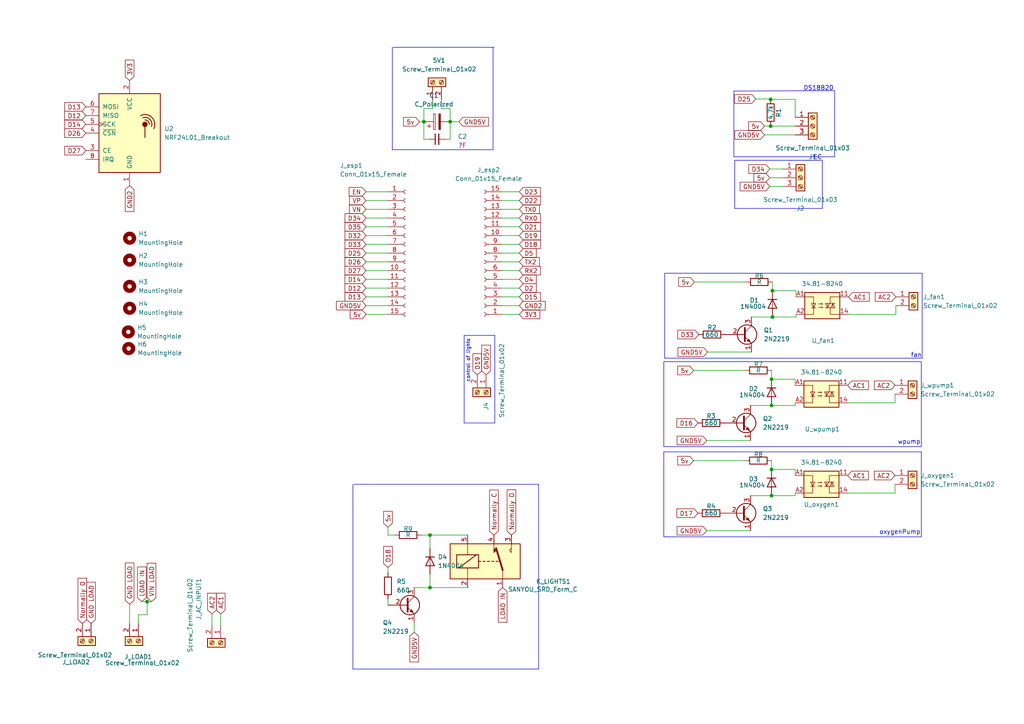
<source format=kicad_sch>
(kicad_sch (version 20230121) (generator eeschema)
  (paper "A4")
  (lib_symbols
    (symbol "Connector:Conn_01x15_Female" (pin_names (offset 1.016) hide)
      (property "Reference" "J" (at 0 20.32 0))
      (property "Value" "Conn_01x15_Female" (at 0 -20.32 0))
      (symbol "Conn_01x15_Female_1_1"
        (arc (start 0 -17.272) (mid -0.5058 -17.78) (end 0 -18.288) (stroke (width 0.1524)))
        (arc (start 0 -14.732) (mid -0.5058 -15.24) (end 0 -15.748) (stroke (width 0.1524)))
        (arc (start 0 -12.192) (mid -0.5058 -12.7) (end 0 -13.208) (stroke (width 0.1524)))
        (arc (start 0 -9.652) (mid -0.5058 -10.16) (end 0 -10.668) (stroke (width 0.1524)))
        (arc (start 0 -7.112) (mid -0.5058 -7.62) (end 0 -8.128) (stroke (width 0.1524)))
        (arc (start 0 -4.572) (mid -0.5058 -5.08) (end 0 -5.588) (stroke (width 0.1524)))
        (arc (start 0 -2.032) (mid -0.5058 -2.54) (end 0 -3.048) (stroke (width 0.1524)))
        (polyline (pts (xy -1.27 -17.78) (xy -0.508 -17.78)) (stroke (width 0.1524)))
        (polyline (pts (xy -1.27 -15.24) (xy -0.508 -15.24)) (stroke (width 0.1524)))
        (polyline (pts (xy -1.27 -12.7) (xy -0.508 -12.7)) (stroke (width 0.1524)))
        (polyline (pts (xy -1.27 -10.16) (xy -0.508 -10.16)) (stroke (width 0.1524)))
        (polyline (pts (xy -1.27 -7.62) (xy -0.508 -7.62)) (stroke (width 0.1524)))
        (polyline (pts (xy -1.27 -5.08) (xy -0.508 -5.08)) (stroke (width 0.1524)))
        (polyline (pts (xy -1.27 -2.54) (xy -0.508 -2.54)) (stroke (width 0.1524)))
        (polyline (pts (xy -1.27 0) (xy -0.508 0)) (stroke (width 0.1524)))
        (polyline (pts (xy -1.27 2.54) (xy -0.508 2.54)) (stroke (width 0.1524)))
        (polyline (pts (xy -1.27 5.08) (xy -0.508 5.08)) (stroke (width 0.1524)))
        (polyline (pts (xy -1.27 7.62) (xy -0.508 7.62)) (stroke (width 0.1524)))
        (polyline (pts (xy -1.27 10.16) (xy -0.508 10.16)) (stroke (width 0.1524)))
        (polyline (pts (xy -1.27 12.7) (xy -0.508 12.7)) (stroke (width 0.1524)))
        (polyline (pts (xy -1.27 15.24) (xy -0.508 15.24)) (stroke (width 0.1524)))
        (polyline (pts (xy -1.27 17.78) (xy -0.508 17.78)) (stroke (width 0.1524)))
        (arc (start 0 0.508) (mid -0.5058 0) (end 0 -0.508) (stroke (width 0.1524)))
        (arc (start 0 3.048) (mid -0.5058 2.54) (end 0 2.032) (stroke (width 0.1524)))
        (arc (start 0 5.588) (mid -0.5058 5.08) (end 0 4.572) (stroke (width 0.1524)))
        (arc (start 0 8.128) (mid -0.5058 7.62) (end 0 7.112) (stroke (width 0.1524)))
        (arc (start 0 10.668) (mid -0.5058 10.16) (end 0 9.652) (stroke (width 0.1524)))
        (arc (start 0 13.208) (mid -0.5058 12.7) (end 0 12.192) (stroke (width 0.1524)))
        (arc (start 0 15.748) (mid -0.5058 15.24) (end 0 14.732) (stroke (width 0.1524)))
        (arc (start 0 18.288) (mid -0.5058 17.78) (end 0 17.272) (stroke (width 0.1524)))
        (pin passive line (at -5.08 17.78 0) (length 3.81) (name "Pin_1") (number "1"))
        (pin passive line (at -5.08 -5.08 0) (length 3.81) (name "Pin_10") (number "10"))
        (pin passive line (at -5.08 -7.62 0) (length 3.81) (name "Pin_11") (number "11"))
        (pin passive line (at -5.08 -10.16 0) (length 3.81) (name "Pin_12") (number "12"))
        (pin passive line (at -5.08 -12.7 0) (length 3.81) (name "Pin_13") (number "13"))
        (pin passive line (at -5.08 -15.24 0) (length 3.81) (name "Pin_14") (number "14"))
        (pin passive line (at -5.08 -17.78 0) (length 3.81) (name "Pin_15") (number "15"))
        (pin passive line (at -5.08 15.24 0) (length 3.81) (name "Pin_2") (number "2"))
        (pin passive line (at -5.08 12.7 0) (length 3.81) (name "Pin_3") (number "3"))
        (pin passive line (at -5.08 10.16 0) (length 3.81) (name "Pin_4") (number "4"))
        (pin passive line (at -5.08 7.62 0) (length 3.81) (name "Pin_5") (number "5"))
        (pin passive line (at -5.08 5.08 0) (length 3.81) (name "Pin_6") (number "6"))
        (pin passive line (at -5.08 2.54 0) (length 3.81) (name "Pin_7") (number "7"))
        (pin passive line (at -5.08 0 0) (length 3.81) (name "Pin_8") (number "8"))
        (pin passive line (at -5.08 -2.54 0) (length 3.81) (name "Pin_9") (number "9"))
      )
    )
    (symbol "Connector:Screw_Terminal_01x02" (pin_names (offset 1.016) hide)
      (property "Reference" "J" (at 0 2.54 0))
      (property "Value" "Screw_Terminal_01x02" (at 0 -5.08 0))
      (symbol "Screw_Terminal_01x02_1_1"
        (rectangle (start -1.27 1.27) (end 1.27 -3.81) (stroke (width 0.254)) (fill (type background)))
        (circle (center 0 -2.54) (radius 0.635) (stroke (width 0.1524)))
        (polyline (pts (xy -0.5334 -2.2098) (xy 0.3302 -3.048)) (stroke (width 0.1524)))
        (polyline (pts (xy -0.5334 0.3302) (xy 0.3302 -0.508)) (stroke (width 0.1524)))
        (polyline (pts (xy -0.3556 -2.032) (xy 0.508 -2.8702)) (stroke (width 0.1524)))
        (polyline (pts (xy -0.3556 0.508) (xy 0.508 -0.3302)) (stroke (width 0.1524)))
        (circle (center 0 0) (radius 0.635) (stroke (width 0.1524)))
        (pin passive line (at -5.08 0 0) (length 3.81) (name "Pin_1") (number "1"))
        (pin passive line (at -5.08 -2.54 0) (length 3.81) (name "Pin_2") (number "2"))
      )
    )
    (symbol "Connector:Screw_Terminal_01x03" (pin_names (offset 1.016) hide)
      (property "Reference" "J" (at 0 5.08 0))
      (property "Value" "Screw_Terminal_01x03" (at 0 -5.08 0))
      (symbol "Screw_Terminal_01x03_1_1"
        (rectangle (start -1.27 3.81) (end 1.27 -3.81) (stroke (width 0.254)) (fill (type background)))
        (circle (center 0 -2.54) (radius 0.635) (stroke (width 0.1524)))
        (polyline (pts (xy -0.5334 -2.2098) (xy 0.3302 -3.048)) (stroke (width 0.1524)))
        (polyline (pts (xy -0.5334 0.3302) (xy 0.3302 -0.508)) (stroke (width 0.1524)))
        (polyline (pts (xy -0.5334 2.8702) (xy 0.3302 2.032)) (stroke (width 0.1524)))
        (polyline (pts (xy -0.3556 -2.032) (xy 0.508 -2.8702)) (stroke (width 0.1524)))
        (polyline (pts (xy -0.3556 0.508) (xy 0.508 -0.3302)) (stroke (width 0.1524)))
        (polyline (pts (xy -0.3556 3.048) (xy 0.508 2.2098)) (stroke (width 0.1524)))
        (circle (center 0 0) (radius 0.635) (stroke (width 0.1524)))
        (circle (center 0 2.54) (radius 0.635) (stroke (width 0.1524)))
        (pin passive line (at -5.08 2.54 0) (length 3.81) (name "Pin_1") (number "1"))
        (pin passive line (at -5.08 0 0) (length 3.81) (name "Pin_2") (number "2"))
        (pin passive line (at -5.08 -2.54 0) (length 3.81) (name "Pin_3") (number "3"))
      )
    )
    (symbol "Device:C_Polarized" (pin_numbers hide) (pin_names (offset 0.254))
      (property "Reference" "C" (at 0.635 2.54 0))
      (property "Value" "C_Polarized" (at 0.635 -2.54 0))
      (symbol "C_Polarized_0_1"
        (rectangle (start -2.286 0.508) (end 2.286 1.016))
        (polyline (pts (xy -1.778 2.286) (xy -0.762 2.286)))
        (polyline (pts (xy -1.27 2.794) (xy -1.27 1.778)))
        (rectangle (start 2.286 -0.508) (end -2.286 -1.016) (fill (type outline)))
      )
      (symbol "C_Polarized_1_1"
        (pin passive line (at 0 3.81 270) (length 2.794) (name "~") (number "1"))
        (pin passive line (at 0 -3.81 90) (length 2.794) (name "~") (number "2"))
      )
    )
    (symbol "Device:R" (pin_numbers hide) (pin_names (offset 0))
      (property "Reference" "R" (at 2.032 0 90))
      (property "Value" "R" (at 0 0 90))
      (symbol "R_0_1"
        (rectangle (start -1.016 -2.54) (end 1.016 2.54) (stroke (width 0.254)))
      )
      (symbol "R_1_1"
        (pin passive line (at 0 3.81 270) (length 1.27) (name "~") (number "1"))
        (pin passive line (at 0 -3.81 90) (length 1.27) (name "~") (number "2"))
      )
    )
    (symbol "Diode:1N4004" (pin_numbers hide) (pin_names hide)
      (property "Reference" "D" (at 0 2.54 0))
      (property "Value" "1N4004" (at 0 -2.54 0))
      (symbol "1N4004_0_1"
        (polyline (pts (xy -1.27 1.27) (xy -1.27 -1.27)) (stroke (width 0.254)))
        (polyline (pts (xy 1.27 0) (xy -1.27 0)))
        (polyline (pts (xy 1.27 1.27) (xy 1.27 -1.27) (xy -1.27 0) (xy 1.27 1.27)) (stroke (width 0.254)))
      )
      (symbol "1N4004_1_1"
        (pin passive line (at -3.81 0 0) (length 2.54) (name "K") (number "1"))
        (pin passive line (at 3.81 0 180) (length 2.54) (name "A") (number "2"))
      )
    )
    (symbol "Mechanical:MountingHole" (pin_names (offset 1.016))
      (property "Reference" "H" (at 0 5.08 0))
      (property "Value" "MountingHole" (at 0 3.175 0))
      (symbol "MountingHole_0_1"
        (circle (center 0 0) (radius 1.27) (stroke (width 1.27)))
      )
    )
    (symbol "PCM_4ms_Capacitor:C_Generic" (pin_numbers hide) (pin_names (offset 0.254) hide)
      (property "Reference" "C" (at 1.905 1.016 0))
      (property "Display" "?F" (at 1.905 -1.27 0))
      (symbol "C_Generic_0_1"
        (polyline (pts (xy -1.524 -0.508) (xy 1.524 -0.508)) (stroke (width 0.3302)))
        (polyline (pts (xy -1.524 0.508) (xy 1.524 0.508)) (stroke (width 0.3048)))
      )
      (symbol "C_Generic_1_1"
        (pin passive line (at 0 2.54 270) (length 2.032) (name "~") (number "1"))
        (pin passive line (at 0 -2.54 90) (length 2.032) (name "~") (number "2"))
      )
    )
    (symbol "RF:NRF24L01_Breakout" (pin_names (offset 1.016))
      (property "Reference" "U" (at -8.89 12.7 0))
      (property "Value" "NRF24L01_Breakout" (at 3.81 12.7 0))
      (symbol "NRF24L01_Breakout_0_1"
        (rectangle (start -8.89 11.43) (end 8.89 -11.43) (stroke (width 0.254)) (fill (type background)))
        (polyline (pts (xy 4.445 1.905) (xy 4.445 -1.27)) (stroke (width 0.254)))
        (circle (center 4.445 2.54) (radius 0.635) (stroke (width 0.254)) (fill (type outline)))
        (arc (start 5.715 2.54) (mid 5.3521 3.4546) (end 4.445 3.81) (stroke (width 0.254)))
        (arc (start 6.35 1.905) (mid 5.8763 3.9854) (end 3.81 4.445) (stroke (width 0.254)))
        (arc (start 6.985 1.27) (mid 6.453 4.548) (end 3.175 5.08) (stroke (width 0.254)))
      )
      (symbol "NRF24L01_Breakout_1_1"
        (pin power_in line (at 0 -15.24 90) (length 3.81) (name "GND") (number "1"))
        (pin power_in line (at 0 15.24 270) (length 3.81) (name "VCC") (number "2"))
        (pin input line (at -12.7 -5.08 0) (length 3.81) (name "CE") (number "3"))
        (pin input line (at -12.7 0 0) (length 3.81) (name "~{CSN}") (number "4"))
        (pin input clock (at -12.7 2.54 0) (length 3.81) (name "SCK") (number "5"))
        (pin input line (at -12.7 7.62 0) (length 3.81) (name "MOSI") (number "6"))
        (pin output line (at -12.7 5.08 0) (length 3.81) (name "MISO") (number "7"))
        (pin output line (at -12.7 -7.62 0) (length 3.81) (name "IRQ") (number "8"))
      )
    )
    (symbol "Relay:SANYOU_SRD_Form_C"
      (property "Reference" "K" (at 11.43 3.81 0))
      (property "Value" "SANYOU_SRD_Form_C" (at 11.43 1.27 0))
      (symbol "SANYOU_SRD_Form_C_0_0"
        (polyline (pts (xy 7.62 5.08) (xy 7.62 2.54) (xy 6.985 3.175) (xy 7.62 3.81)))
      )
      (symbol "SANYOU_SRD_Form_C_0_1"
        (rectangle (start -10.16 5.08) (end 10.16 -5.08) (stroke (width 0.254)) (fill (type background)))
        (rectangle (start -8.255 1.905) (end -1.905 -1.905) (stroke (width 0.254)))
        (polyline (pts (xy -7.62 -1.905) (xy -2.54 1.905)) (stroke (width 0.254)))
        (polyline (pts (xy -5.08 -5.08) (xy -5.08 -1.905)))
        (polyline (pts (xy -5.08 5.08) (xy -5.08 1.905)))
        (polyline (pts (xy -1.905 0) (xy -1.27 0)) (stroke (width 0.254)))
        (polyline (pts (xy -0.635 0) (xy 0 0)) (stroke (width 0.254)))
        (polyline (pts (xy 0.635 0) (xy 1.27 0)) (stroke (width 0.254)))
        (polyline (pts (xy 1.905 0) (xy 2.54 0)) (stroke (width 0.254)))
        (polyline (pts (xy 3.175 0) (xy 3.81 0)) (stroke (width 0.254)))
        (polyline (pts (xy 5.08 -2.54) (xy 3.175 3.81)) (stroke (width 0.508)))
        (polyline (pts (xy 5.08 -2.54) (xy 5.08 -5.08)))
      )
      (symbol "SANYOU_SRD_Form_C_1_1"
        (polyline (pts (xy 2.54 3.81) (xy 3.175 3.175) (xy 2.54 2.54) (xy 2.54 5.08)) (fill (type outline)))
        (pin passive line (at 5.08 -7.62 90) (length 2.54) (name "~") (number "1"))
        (pin passive line (at -5.08 -7.62 90) (length 2.54) (name "~") (number "2"))
        (pin passive line (at 7.62 7.62 270) (length 2.54) (name "~") (number "3"))
        (pin passive line (at 2.54 7.62 270) (length 2.54) (name "~") (number "4"))
        (pin passive line (at -5.08 7.62 270) (length 2.54) (name "~") (number "5"))
      )
    )
    (symbol "Relay_SolidState:34.81-8240"
      (property "Reference" "U" (at -5.08 5.08 0))
      (property "Value" "34.81-8240" (at 0 5.08 0))
      (symbol "34.81-8240_0_1"
        (rectangle (start -5.08 3.81) (end 5.08 -3.81) (stroke (width 0.254)) (fill (type background)))
        (polyline (pts (xy -3.175 -0.635) (xy -1.905 -0.635)))
        (polyline (pts (xy 1.524 -0.635) (xy 1.524 0.635)))
        (polyline (pts (xy 3.048 0.635) (xy 3.048 -0.635)))
        (polyline (pts (xy 2.286 -0.635) (xy 2.286 -2.54) (xy 5.08 -2.54)))
        (polyline (pts (xy 2.286 0.635) (xy 2.286 2.54) (xy 5.08 2.54)))
        (polyline (pts (xy -5.08 2.54) (xy -2.54 2.54) (xy -2.54 -2.54) (xy -5.08 -2.54)))
        (polyline (pts (xy -2.54 -0.635) (xy -3.175 0.635) (xy -1.905 0.635) (xy -2.54 -0.635)))
        (polyline (pts (xy 0.889 -0.635) (xy 3.683 -0.635) (xy 3.048 0.635) (xy 2.413 -0.635)))
        (polyline (pts (xy 3.683 0.635) (xy 0.889 0.635) (xy 1.524 -0.635) (xy 2.159 0.635)))
        (polyline (pts (xy -1.143 -0.508) (xy 0.127 -0.508) (xy -0.254 -0.635) (xy -0.254 -0.381) (xy 0.127 -0.508)))
        (polyline (pts (xy -1.143 0.508) (xy 0.127 0.508) (xy -0.254 0.381) (xy -0.254 0.635) (xy 0.127 0.508)))
      )
      (symbol "34.81-8240_1_1"
        (pin passive line (at 7.62 2.54 180) (length 2.54) (name "~") (number "11"))
        (pin passive line (at 7.62 -2.54 180) (length 2.54) (name "~") (number "14"))
        (pin passive line (at -7.62 2.54 0) (length 2.54) (name "~") (number "A1"))
        (pin passive line (at -7.62 -2.54 0) (length 2.54) (name "~") (number "A2"))
      )
    )
    (symbol "Transistor_BJT:2N2219" (pin_names (offset 0) hide)
      (property "Reference" "Q" (at 5.08 1.905 0))
      (property "Value" "2N2219" (at 5.08 0 0))
      (symbol "2N2219_0_1"
        (polyline (pts (xy 0.635 0.635) (xy 2.54 2.54)))
        (polyline (pts (xy 0.635 -0.635) (xy 2.54 -2.54) (xy 2.54 -2.54)))
        (polyline (pts (xy 0.635 1.905) (xy 0.635 -1.905) (xy 0.635 -1.905)) (stroke (width 0.508)))
        (polyline (pts (xy 1.27 -1.778) (xy 1.778 -1.27) (xy 2.286 -2.286) (xy 1.27 -1.778) (xy 1.27 -1.778)) (fill (type outline)))
        (circle (center 1.27 0) (radius 2.8194) (stroke (width 0.254)))
      )
      (symbol "2N2219_1_1"
        (pin passive line (at 2.54 -5.08 90) (length 2.54) (name "E") (number "1"))
        (pin passive line (at -5.08 0 0) (length 5.715) (name "B") (number "2"))
        (pin passive line (at 2.54 5.08 270) (length 2.54) (name "C") (number "3"))
      )
    )
  )
  (junction (at 124.714 170.434))
  (junction (at 224.028 91.948))
  (junction (at 42.672 174.498))
  (junction (at 124.714 155.194))
  (junction (at 223.52 28.829))
  (junction (at 224.028 84.328))
  (junction (at 223.52 36.576))
  (junction (at 130.556 35.306))
  (junction (at 122.936 35.306))
  (junction (at 223.774 117.602))
  (junction (at 223.774 136.144))
  (junction (at 223.774 109.982))
  (junction (at 223.774 143.764))
  (polyline (pts (xy 267.208 104.902) (xy 192.532 104.902)))
  (wire (pts (xy 125.476 31.496) (xy 122.936 31.496)))
  (wire (pts (xy 201.168 133.604) (xy 216.154 133.604)))
  (wire (pts (xy 230.632 34.036) (xy 230.632 28.829)))
  (polyline (pts (xy 267.208 129.54) (xy 267.208 104.902)))
  (wire (pts (xy 145.542 88.646) (xy 150.622 88.646)))
  (wire (pts (xy 204.978 127.762) (xy 217.678 127.762)))
  (wire (pts (xy 42.672 178.308) (xy 42.672 174.498)))
  (polyline (pts (xy 238.506 46.482) (xy 233.426 46.482)))
  (wire (pts (xy 224.028 91.948) (xy 230.886 91.948)))
  (wire (pts (xy 145.542 86.106) (xy 150.622 86.106)))
  (wire (pts (xy 106.172 81.026) (xy 112.522 81.026)))
  (wire (pts (xy 224.028 81.788) (xy 224.028 84.328)))
  (wire (pts (xy 106.172 78.486) (xy 112.522 78.486)))
  (wire (pts (xy 145.542 58.166) (xy 150.622 58.166)))
  (wire (pts (xy 41.148 174.498) (xy 42.672 174.498)))
  (polyline (pts (xy 242.062 26.289) (xy 242.062 45.466)))
  (wire (pts (xy 61.468 181.356) (xy 61.468 178.054)))
  (wire (pts (xy 227.076 54.102) (xy 223.266 54.102)))
  (polyline (pts (xy 192.532 104.902) (xy 192.532 129.54)))
  (wire (pts (xy 201.168 107.442) (xy 216.154 107.442)))
  (wire (pts (xy 124.714 166.624) (xy 124.714 170.434)))
  (polyline (pts (xy 212.852 26.416) (xy 242.062 26.289)))
  (polyline (pts (xy 143.002 13.716) (xy 143.002 43.434)))
  (wire (pts (xy 130.556 31.496) (xy 130.556 35.306)))
  (wire (pts (xy 219.202 28.702) (xy 223.52 28.702)))
  (wire (pts (xy 145.542 65.786) (xy 150.622 65.786)))
  (wire (pts (xy 223.52 36.449) (xy 223.52 36.576)))
  (polyline (pts (xy 237.236 46.482) (xy 213.106 46.482)))
  (wire (pts (xy 145.542 73.406) (xy 150.622 73.406)))
  (wire (pts (xy 145.542 55.626) (xy 150.622 55.626)))
  (wire (pts (xy 205.232 102.108) (xy 217.932 102.108)))
  (wire (pts (xy 223.52 28.702) (xy 223.52 28.829)))
  (wire (pts (xy 106.172 91.186) (xy 112.522 91.186)))
  (wire (pts (xy 223.774 109.982) (xy 230.632 109.982)))
  (polyline (pts (xy 213.106 46.482) (xy 213.106 60.452)))
  (wire (pts (xy 106.172 88.646) (xy 112.522 88.646)))
  (polyline (pts (xy 113.792 13.716) (xy 113.792 43.434)))
  (wire (pts (xy 223.774 136.144) (xy 230.632 136.144)))
  (wire (pts (xy 227.076 49.022) (xy 223.266 49.022)))
  (wire (pts (xy 124.714 159.004) (xy 124.714 155.194)))
  (wire (pts (xy 217.678 143.764) (xy 223.774 143.764)))
  (wire (pts (xy 129.286 40.386) (xy 130.556 40.386)))
  (wire (pts (xy 223.774 107.442) (xy 223.774 109.982)))
  (wire (pts (xy 112.522 155.194) (xy 114.554 155.194)))
  (polyline (pts (xy 212.852 45.466) (xy 212.852 26.416)))
  (wire (pts (xy 230.632 39.116) (xy 221.742 39.116)))
  (polyline (pts (xy 156.21 140.462) (xy 156.21 194.056)))
  (polyline (pts (xy 267.208 129.54) (xy 192.532 129.54)))
  (wire (pts (xy 40.132 178.308) (xy 42.672 178.308)))
  (wire (pts (xy 145.542 70.866) (xy 150.622 70.866)))
  (wire (pts (xy 230.886 91.948) (xy 230.886 91.186)))
  (wire (pts (xy 122.936 40.386) (xy 124.206 40.386)))
  (wire (pts (xy 223.774 117.602) (xy 230.632 117.602)))
  (wire (pts (xy 217.678 117.602) (xy 223.774 117.602)))
  (wire (pts (xy 227.076 51.562) (xy 223.266 51.562)))
  (wire (pts (xy 230.632 143.764) (xy 230.632 143.002)))
  (wire (pts (xy 106.172 70.866) (xy 112.522 70.866)))
  (wire (pts (xy 122.936 35.306) (xy 122.936 40.386)))
  (wire (pts (xy 230.632 136.144) (xy 230.632 137.922)))
  (wire (pts (xy 106.172 73.406) (xy 112.522 73.406)))
  (wire (pts (xy 106.172 86.106) (xy 112.522 86.106)))
  (polyline (pts (xy 143.51 122.682) (xy 134.62 122.682)))
  (wire (pts (xy 133.096 35.306) (xy 130.556 35.306)))
  (wire (pts (xy 145.542 81.026) (xy 150.622 81.026)))
  (wire (pts (xy 224.028 84.328) (xy 230.886 84.328)))
  (polyline (pts (xy 267.208 155.702) (xy 192.532 155.702)))
  (polyline (pts (xy 143.51 97.282) (xy 134.62 97.282)))
  (polyline (pts (xy 192.786 79.248) (xy 192.786 103.886)))
  (wire (pts (xy 246.126 91.186) (xy 259.842 91.186)))
  (wire (pts (xy 106.172 75.946) (xy 112.522 75.946)))
  (wire (pts (xy 223.774 133.604) (xy 223.774 136.144)))
  (polyline (pts (xy 267.462 103.886) (xy 267.462 79.248)))
  (wire (pts (xy 112.522 173.736) (xy 112.522 175.514)))
  (wire (pts (xy 128.016 28.956) (xy 128.016 31.496)))
  (wire (pts (xy 120.142 180.594) (xy 120.142 183.388)))
  (wire (pts (xy 259.842 91.186) (xy 259.842 88.646)))
  (wire (pts (xy 223.52 29.21) (xy 223.52 28.829)))
  (polyline (pts (xy 134.62 122.682) (xy 134.62 97.282)))
  (wire (pts (xy 230.886 84.328) (xy 230.886 86.106)))
  (polyline (pts (xy 102.362 140.462) (xy 102.362 194.056)))
  (wire (pts (xy 124.714 170.434) (xy 135.636 170.434)))
  (polyline (pts (xy 213.106 60.452) (xy 238.506 60.452)))
  (wire (pts (xy 106.172 83.566) (xy 112.522 83.566)))
  (polyline (pts (xy 114.046 13.716) (xy 143.256 13.716)))
  (wire (pts (xy 106.172 68.326) (xy 112.522 68.326)))
  (wire (pts (xy 37.592 175.26) (xy 37.592 180.848)))
  (wire (pts (xy 42.672 174.498) (xy 43.942 174.498)))
  (polyline (pts (xy 267.462 79.248) (xy 192.786 79.248)))
  (polyline (pts (xy 156.21 194.056) (xy 102.362 194.056)))
  (wire (pts (xy 64.008 181.356) (xy 64.008 178.054)))
  (polyline (pts (xy 267.208 155.702) (xy 267.208 131.064)))
  (polyline (pts (xy 143.002 43.434) (xy 113.792 43.434)))
  (wire (pts (xy 121.666 35.306) (xy 122.936 35.306)))
  (wire (pts (xy 145.542 78.486) (xy 150.622 78.486)))
  (wire (pts (xy 120.142 170.434) (xy 124.714 170.434)))
  (wire (pts (xy 259.588 116.84) (xy 259.588 114.3)))
  (wire (pts (xy 223.774 143.764) (xy 230.632 143.764)))
  (polyline (pts (xy 267.462 103.886) (xy 192.786 103.886)))
  (wire (pts (xy 106.172 63.246) (xy 112.522 63.246)))
  (polyline (pts (xy 102.616 140.462) (xy 156.21 140.462)))
  (wire (pts (xy 145.542 75.946) (xy 150.622 75.946)))
  (wire (pts (xy 130.556 40.386) (xy 130.556 35.306)))
  (wire (pts (xy 201.422 81.788) (xy 216.408 81.788)))
  (wire (pts (xy 40.132 178.308) (xy 40.132 180.848)))
  (wire (pts (xy 106.172 65.786) (xy 112.522 65.786)))
  (polyline (pts (xy 192.532 131.064) (xy 192.532 155.702)))
  (wire (pts (xy 245.872 116.84) (xy 259.588 116.84)))
  (wire (pts (xy 112.522 164.592) (xy 112.522 166.116)))
  (wire (pts (xy 128.016 31.496) (xy 130.556 31.496)))
  (polyline (pts (xy 238.506 60.452) (xy 238.506 46.482)))
  (polyline (pts (xy 242.062 45.466) (xy 212.852 45.466)))
  (wire (pts (xy 106.172 55.626) (xy 112.522 55.626)))
  (wire (pts (xy 259.588 143.002) (xy 259.588 140.462)))
  (wire (pts (xy 230.632 109.982) (xy 230.632 111.76)))
  (wire (pts (xy 106.172 60.706) (xy 112.522 60.706)))
  (wire (pts (xy 145.542 83.566) (xy 150.622 83.566)))
  (wire (pts (xy 204.978 153.924) (xy 217.678 153.924)))
  (wire (pts (xy 145.542 68.326) (xy 150.622 68.326)))
  (wire (pts (xy 122.174 155.194) (xy 124.714 155.194)))
  (wire (pts (xy 106.172 58.166) (xy 112.522 58.166)))
  (wire (pts (xy 245.872 143.002) (xy 259.588 143.002)))
  (wire (pts (xy 230.632 117.602) (xy 230.632 116.84)))
  (wire (pts (xy 145.542 91.186) (xy 150.622 91.186)))
  (wire (pts (xy 112.522 152.908) (xy 112.522 155.194)))
  (wire (pts (xy 230.632 28.829) (xy 223.52 28.829)))
  (wire (pts (xy 145.542 60.706) (xy 150.622 60.706)))
  (polyline (pts (xy 267.208 131.064) (xy 192.532 131.064)))
  (wire (pts (xy 122.936 31.496) (xy 122.936 35.306)))
  (wire (pts (xy 124.714 155.194) (xy 135.636 155.194)))
  (wire (pts (xy 230.632 36.576) (xy 223.52 36.576)))
  (polyline (pts (xy 143.51 97.282) (xy 143.51 122.682)))
  (wire (pts (xy 145.542 63.246) (xy 150.622 63.246)))
  (wire (pts (xy 217.932 91.948) (xy 224.028 91.948)))
  (wire (pts (xy 125.476 28.956) (xy 125.476 31.496)))
  (wire (pts (xy 223.52 36.576) (xy 221.742 36.576)))
  (text "EC" (at 238.506 46.482 0) (effects (font (size 1.27 1.27)) (justify right bottom)))
  (text "DS18B20" (at 241.808 26.416 0) (effects (font (size 1.27 1.27)) (justify right bottom)))
  (text "oxygenPump\n" (at 255.016 155.194 0) (effects (font (size 1.27 1.27)) (justify left bottom)))
  (text "fan" (at 264.16 103.886 0) (effects (font (size 1.27 1.27)) (justify left bottom)))
  (text "wpump" (at 260.35 129.032 0) (effects (font (size 1.27 1.27)) (justify left bottom)))
  (text "control of lights" (at 136.398 98.298 90) (effects (font (size 1 1)) (justify right bottom)))
  (global_label "D22" (shape input) (at 150.622 58.166 0) (property "Intersheetrefs" "${INTERSHEET_REFS}" (effects hide)))
  (global_label "D14" (shape input) (at 24.892 36.068 180) (property "Intersheetrefs" "${INTERSHEET_REFS}" (effects hide)))
  (global_label "5v" (shape input) (at 106.172 91.186 180) (property "Intersheetrefs" "${INTERSHEET_REFS}" (effects hide)))
  (global_label "AC2" (shape input) (at 259.842 86.106 180) (property "Intersheetrefs" "${INTERSHEET_REFS}" (effects hide)))
  (global_label "AC2" (shape input) (at 61.468 178.054 90) (property "Intersheetrefs" "${INTERSHEET_REFS}" (effects hide)))
  (global_label "TX2" (shape input) (at 150.622 75.946 0) (property "Intersheetrefs" "${INTERSHEET_REFS}" (effects hide)))
  (global_label "D4" (shape input) (at 150.622 81.026 0) (property "Intersheetrefs" "${INTERSHEET_REFS}" (effects hide)))
  (global_label "D23" (shape input) (at 150.622 55.626 0) (property "Intersheetrefs" "${INTERSHEET_REFS}" (effects hide)))
  (global_label "GND5V" (shape input) (at 120.142 183.388 270) (property "Intersheetrefs" "${INTERSHEET_REFS}" (effects hide)))
  (global_label "D34" (shape input) (at 106.172 63.246 180) (property "Intersheetrefs" "${INTERSHEET_REFS}" (effects hide)))
  (global_label "AC2" (shape input) (at 259.588 111.76 180) (property "Intersheetrefs" "${INTERSHEET_REFS}" (effects hide)))
  (global_label "GND5V" (shape input) (at 106.172 88.646 180) (property "Intersheetrefs" "${INTERSHEET_REFS}" (effects hide)))
  (global_label "D25" (shape input) (at 219.202 28.702 180) (property "Intersheetrefs" "${INTERSHEET_REFS}" (effects hide)))
  (global_label "D35" (shape input) (at 106.172 65.786 180) (property "Intersheetrefs" "${INTERSHEET_REFS}" (effects hide)))
  (global_label "D14" (shape input) (at 106.172 81.026 180) (property "Intersheetrefs" "${INTERSHEET_REFS}" (effects hide)))
  (global_label "Normally O" (shape input) (at 23.876 180.848 90) (property "Intersheetrefs" "${INTERSHEET_REFS}" (effects hide)))
  (global_label "D18" (shape input) (at 112.522 164.592 90) (property "Intersheetrefs" "${INTERSHEET_REFS}" (effects hide)))
  (global_label "LOAD IN" (shape input) (at 145.796 170.434 270) (property "Intersheetrefs" "${INTERSHEET_REFS}" (effects hide)))
  (global_label "5v" (shape input) (at 201.168 107.442 180) (property "Intersheetrefs" "${INTERSHEET_REFS}" (effects hide)))
  (global_label "5v" (shape input) (at 121.666 35.306 180) (property "Intersheetrefs" "${INTERSHEET_REFS}" (effects hide)))
  (global_label "D19" (shape input) (at 150.622 68.326 0) (property "Intersheetrefs" "${INTERSHEET_REFS}" (effects hide)))
  (global_label "D27" (shape input) (at 106.172 78.486 180) (property "Intersheetrefs" "${INTERSHEET_REFS}" (effects hide)))
  (global_label "RX0" (shape input) (at 150.622 63.246 0) (property "Intersheetrefs" "${INTERSHEET_REFS}" (effects hide)))
  (global_label "D19" (shape input) (at 138.43 108.712 90) (property "Intersheetrefs" "${INTERSHEET_REFS}" (effects hide)))
  (global_label "D12" (shape input) (at 106.172 83.566 180) (property "Intersheetrefs" "${INTERSHEET_REFS}" (effects hide)))
  (global_label "GND5V" (shape input) (at 204.978 127.762 180) (property "Intersheetrefs" "${INTERSHEET_REFS}" (effects hide)))
  (global_label "D32" (shape input) (at 106.172 68.326 180) (property "Intersheetrefs" "${INTERSHEET_REFS}" (effects hide)))
  (global_label "Normally C" (shape input) (at 143.256 155.194 90) (property "Intersheetrefs" "${INTERSHEET_REFS}" (effects hide)))
  (global_label "VP" (shape input) (at 106.172 58.166 180) (property "Intersheetrefs" "${INTERSHEET_REFS}" (effects hide)))
  (global_label "AC1" (shape input) (at 245.872 111.76 0) (property "Intersheetrefs" "${INTERSHEET_REFS}" (effects hide)))
  (global_label "D25" (shape input) (at 106.172 73.406 180) (property "Intersheetrefs" "${INTERSHEET_REFS}" (effects hide)))
  (global_label "VN" (shape input) (at 106.172 60.706 180) (property "Intersheetrefs" "${INTERSHEET_REFS}" (effects hide)))
  (global_label "D17" (shape input) (at 202.438 148.844 180) (property "Intersheetrefs" "${INTERSHEET_REFS}" (effects hide)))
  (global_label "GND2" (shape input) (at 150.622 88.646 0) (property "Intersheetrefs" "${INTERSHEET_REFS}" (effects hide)))
  (global_label "GND5V" (shape input) (at 221.742 39.116 180) (property "Intersheetrefs" "${INTERSHEET_REFS}" (effects hide)))
  (global_label "GND2" (shape input) (at 37.592 53.848 270) (property "Intersheetrefs" "${INTERSHEET_REFS}" (effects hide)))
  (global_label "5v" (shape input) (at 221.742 36.576 180) (property "Intersheetrefs" "${INTERSHEET_REFS}" (effects hide)))
  (global_label "D33" (shape input) (at 202.692 97.028 180) (property "Intersheetrefs" "${INTERSHEET_REFS}" (effects hide)))
  (global_label "D12" (shape input) (at 24.892 33.528 180) (property "Intersheetrefs" "${INTERSHEET_REFS}" (effects hide)))
  (global_label "5v" (shape input) (at 201.168 133.604 180) (property "Intersheetrefs" "${INTERSHEET_REFS}" (effects hide)))
  (global_label "D18" (shape input) (at 150.622 70.866 0) (property "Intersheetrefs" "${INTERSHEET_REFS}" (effects hide)))
  (global_label "D16" (shape input) (at 202.438 122.682 180) (property "Intersheetrefs" "${INTERSHEET_REFS}" (effects hide)))
  (global_label "D15" (shape input) (at 150.622 86.106 0) (property "Intersheetrefs" "${INTERSHEET_REFS}" (effects hide)))
  (global_label "EN" (shape input) (at 106.172 55.626 180) (property "Intersheetrefs" "${INTERSHEET_REFS}" (effects hide)))
  (global_label "GND LOAD" (shape input) (at 26.416 180.848 90) (property "Intersheetrefs" "${INTERSHEET_REFS}" (effects hide)))
  (global_label "D13" (shape input) (at 24.892 30.988 180) (property "Intersheetrefs" "${INTERSHEET_REFS}" (effects hide)))
  (global_label "GND5V" (shape input) (at 204.978 153.924 180) (property "Intersheetrefs" "${INTERSHEET_REFS}" (effects hide)))
  (global_label "GND5V" (shape input) (at 205.232 102.108 180) (property "Intersheetrefs" "${INTERSHEET_REFS}" (effects hide)))
  (global_label "AC1" (shape input) (at 246.126 86.106 0) (property "Intersheetrefs" "${INTERSHEET_REFS}" (effects hide)))
  (global_label "3V3" (shape input) (at 37.592 23.368 90) (property "Intersheetrefs" "${INTERSHEET_REFS}" (effects hide)))
  (global_label "D2" (shape input) (at 150.622 83.566 0) (property "Intersheetrefs" "${INTERSHEET_REFS}" (effects hide)))
  (global_label "3V3" (shape input) (at 150.622 91.186 0) (property "Intersheetrefs" "${INTERSHEET_REFS}" (effects hide)))
  (global_label "5v" (shape input) (at 223.266 51.562 180) (property "Intersheetrefs" "${INTERSHEET_REFS}" (effects hide)))
  (global_label "AC2" (shape input) (at 259.588 137.922 180) (property "Intersheetrefs" "${INTERSHEET_REFS}" (effects hide)))
  (global_label "Normally O" (shape input) (at 148.336 155.194 90) (property "Intersheetrefs" "${INTERSHEET_REFS}" (effects hide)))
  (global_label "GND5V" (shape input) (at 133.096 35.306 0) (property "Intersheetrefs" "${INTERSHEET_REFS}" (effects hide)))
  (global_label "D21" (shape input) (at 150.622 65.786 0) (property "Intersheetrefs" "${INTERSHEET_REFS}" (effects hide)))
  (global_label "GND5V" (shape input) (at 223.266 54.102 180) (property "Intersheetrefs" "${INTERSHEET_REFS}" (effects hide)))
  (global_label "D13" (shape input) (at 106.172 86.106 180) (property "Intersheetrefs" "${INTERSHEET_REFS}" (effects hide)))
  (global_label "GND LOAD" (shape input) (at 37.592 175.26 90) (property "Intersheetrefs" "${INTERSHEET_REFS}" (effects hide)))
  (global_label "TX0" (shape input) (at 150.622 60.706 0) (property "Intersheetrefs" "${INTERSHEET_REFS}" (effects hide)))
  (global_label "5v" (shape input) (at 112.522 152.908 90) (property "Intersheetrefs" "${INTERSHEET_REFS}" (effects hide)))
  (global_label "D27" (shape input) (at 24.892 43.688 180) (property "Intersheetrefs" "${INTERSHEET_REFS}" (effects hide)))
  (global_label "LOAD IN" (shape input) (at 41.148 174.498 90) (property "Intersheetrefs" "${INTERSHEET_REFS}" (effects hide)))
  (global_label "GND5V" (shape input) (at 140.97 108.712 90) (property "Intersheetrefs" "${INTERSHEET_REFS}" (effects hide)))
  (global_label "VIN LOAD" (shape input) (at 43.942 174.498 90) (property "Intersheetrefs" "${INTERSHEET_REFS}" (effects hide)))
  (global_label "D26" (shape input) (at 106.172 75.946 180) (property "Intersheetrefs" "${INTERSHEET_REFS}" (effects hide)))
  (global_label "5v" (shape input) (at 201.422 81.788 180) (property "Intersheetrefs" "${INTERSHEET_REFS}" (effects hide)))
  (global_label "D26" (shape input) (at 24.892 38.608 180) (property "Intersheetrefs" "${INTERSHEET_REFS}" (effects hide)))
  (global_label "D33" (shape input) (at 106.172 70.866 180) (property "Intersheetrefs" "${INTERSHEET_REFS}" (effects hide)))
  (global_label "AC1" (shape input) (at 245.872 137.922 0) (property "Intersheetrefs" "${INTERSHEET_REFS}" (effects hide)))
  (global_label "RX2" (shape input) (at 150.622 78.486 0) (property "Intersheetrefs" "${INTERSHEET_REFS}" (effects hide)))
  (global_label "D5" (shape input) (at 150.622 73.406 0) (property "Intersheetrefs" "${INTERSHEET_REFS}" (effects hide)))
  (global_label "D34" (shape input) (at 223.266 49.022 180) (property "Intersheetrefs" "${INTERSHEET_REFS}" (effects hide)))
  (global_label "AC1" (shape input) (at 64.008 178.054 90) (property "Intersheetrefs" "${INTERSHEET_REFS}" (effects hide)))
  (symbol (lib_id "Diode:1N4004") (at 223.774 139.954 270) (unit 1)
    (property "Reference" "D3" (at 217.17 138.938 90) (effects (justify left)))
    (property "Value" "1N4004" (at 214.376 140.716 90) (effects (justify left)))
    (property "Footprint" "Diode_THT:D_DO-41_SOD81_P10.16mm_Horizontal" (effects hide))
    (property "Datasheet" "http://www.vishay.com/docs/88503/1n4001.pdf" (effects hide))
  )
  (symbol (lib_id "Transistor_BJT:2N2219") (at 215.138 148.844 0) (unit 1)
    (property "Reference" "Q3" (at 221.234 147.5739 0) (effects (justify left)))
    (property "Value" "2N2219" (at 221.234 150.1139 0) (effects (justify left)))
    (property "Footprint" "Package_TO_SOT_THT:TO-39-3" (effects hide))
    (property "Datasheet" "http://www.onsemi.com/pub_link/Collateral/2N2219-D.PDF" (effects hide))
  )
  (symbol (lib_id "Device:R") (at 206.502 97.028 90) (unit 1)
    (property "Reference" "R2" (at 206.502 94.996 90))
    (property "Value" "660" (at 206.502 97.028 90))
    (property "Footprint" "Resistor_THT:R_Axial_DIN0204_L3.6mm_D1.6mm_P5.08mm_Vertical" (effects hide))
  )
  (symbol (lib_id "Transistor_BJT:2N2219") (at 215.138 122.682 0) (unit 1)
    (property "Reference" "Q2" (at 221.234 121.4119 0) (effects (justify left)))
    (property "Value" "2N2219" (at 221.234 123.9519 0) (effects (justify left)))
    (property "Footprint" "Package_TO_SOT_THT:TO-39-3" (effects hide))
    (property "Datasheet" "http://www.onsemi.com/pub_link/Collateral/2N2219-D.PDF" (effects hide))
  )
  (symbol (lib_id "Connector:Screw_Terminal_01x02") (at 40.132 185.928 270) (unit 1)
    (property "Reference" "J_LOAD1" (at 36.068 190.5 90) (effects (justify left)))
    (property "Value" "Screw_Terminal_01x02" (at 30.48 192.278 90) (effects (justify left)))
    (property "Footprint" "TerminalBlock:TerminalBlock_Altech_AK300-2_P5.00mm" (effects hide))
  )
  (symbol (lib_id "Mechanical:MountingHole") (at 37.592 69.088 0) (unit 1)
    (property "Reference" "H1" (at 40.132 67.8179 0) (effects (justify left)))
    (property "Value" "MountingHole" (at 40.132 70.3579 0) (effects (justify left)))
    (property "Footprint" "MountingHole:MountingHole_2.7mm_M2.5_Pad" (effects hide))
  )
  (symbol (lib_id "Mechanical:MountingHole") (at 37.592 75.438 0) (unit 1)
    (property "Reference" "H2" (at 40.132 74.1679 0) (effects (justify left)))
    (property "Value" "MountingHole" (at 40.132 76.7079 0) (effects (justify left)))
    (property "Footprint" "MountingHole:MountingHole_2.7mm_M2.5_Pad" (effects hide))
  )
  (symbol (lib_id "Device:R") (at 118.364 155.194 270) (unit 1)
    (property "Reference" "R9" (at 118.364 153.416 90))
    (property "Value" "R" (at 118.364 155.194 90))
    (property "Footprint" "Resistor_THT:R_Axial_DIN0204_L3.6mm_D1.6mm_P5.08mm_Vertical" (effects hide))
  )
  (symbol (lib_id "Mechanical:MountingHole") (at 37.592 89.408 0) (unit 1)
    (property "Reference" "H4" (at 40.132 88.1379 0) (effects (justify left)))
    (property "Value" "MountingHole" (at 40.132 90.6779 0) (effects (justify left)))
    (property "Footprint" "MountingHole:MountingHole_2.7mm_M2.5_Pad" (effects hide))
  )
  (symbol (lib_id "Device:C_Polarized") (at 126.746 35.306 90) (unit 1)
    (property "Reference" "C1" (at 125.857 27.686 90))
    (property "Value" "C_Polarized" (at 125.857 30.226 90))
    (property "Footprint" "Capacitor_THT:CP_Radial_D5.0mm_P2.50mm" (effects hide))
  )
  (symbol (lib_id "Transistor_BJT:2N2219") (at 215.392 97.028 0) (unit 1)
    (property "Reference" "Q1" (at 221.488 95.7579 0) (effects (justify left)))
    (property "Value" "2N2219" (at 221.488 98.2979 0) (effects (justify left)))
    (property "Footprint" "Package_TO_SOT_THT:TO-39-3" (effects hide))
    (property "Datasheet" "http://www.onsemi.com/pub_link/Collateral/2N2219-D.PDF" (effects hide))
  )
  (symbol (lib_id "Connector:Screw_Terminal_01x02") (at 140.97 113.792 270) (unit 1)
    (property "Reference" "J4" (at 140.9701 116.586 0) (effects (justify left)))
    (property "Value" "Screw_Terminal_01x02" (at 145.542 99.568 0) (effects (justify left)))
    (property "Footprint" "TerminalBlock_Altech:Altech_AK300_1x02_P5.00mm_45-Degree" (effects hide))
  )
  (symbol (lib_id "PCM_4ms_Capacitor:C_Generic") (at 126.746 40.386 90) (unit 1)
    (property "Reference" "C2" (at 134.112 39.624 90))
    (property "Value" "C_Generic" (effects hide))
    (property "Footprint" "Capacitor_THT:C_Disc_D5.0mm_W2.5mm_P2.50mm" (effects hide))
    (property "Display" "?F" (at 134.112 42.164 90))
  )
  (symbol (lib_id "Mechanical:MountingHole") (at 37.338 101.092 0) (unit 1)
    (property "Reference" "H6" (at 39.878 99.8219 0) (effects (justify left)))
    (property "Value" "MountingHole" (at 39.878 102.3619 0) (effects (justify left)))
    (property "Footprint" "MountingHole:MountingHole_3.2mm_M3_DIN965_Pad" (effects hide))
  )
  (symbol (lib_id "Device:R") (at 220.218 81.788 270) (unit 1)
    (property "Reference" "R6" (at 220.218 80.01 90))
    (property "Value" "R" (at 220.218 81.788 90))
    (property "Footprint" "Resistor_THT:R_Axial_DIN0204_L3.6mm_D1.6mm_P5.08mm_Vertical" (effects hide))
  )
  (symbol (lib_id "Relay_SolidState:34.81-8240") (at 238.252 140.462 0) (unit 1)
    (property "Reference" "U_oxygen1" (at 238.252 146.304 0))
    (property "Value" "34.81-8240" (at 238.252 134.112 0))
    (property "Footprint" "smart_sensor:G3MB-202P" (effects hide))
    (property "Datasheet" "https://gfinder.findernet.com/public/attachments/34/EN/S34USAEN.pdf" (effects hide))
  )
  (symbol (lib_id "RF:NRF24L01_Breakout") (at 37.592 38.608 0) (unit 1)
    (property "Reference" "U2" (at 47.625 37.3379 0) (effects (justify left)))
    (property "Value" "NRF24L01_Breakout" (at 47.625 39.8779 0) (effects (justify left)))
    (property "Footprint" "RF_Module:nRF24L01_Breakout" (effects hide))
    (property "Datasheet" "http://www.nordicsemi.com/eng/content/download/2730/34105/file/nRF24L01_Product_Specification_v2_0.pdf" (effects hide))
  )
  (symbol (lib_id "Mechanical:MountingHole") (at 37.592 83.058 0) (unit 1)
    (property "Reference" "H3" (at 40.132 81.7879 0) (effects (justify left)))
    (property "Value" "MountingHole" (at 40.132 84.3279 0) (effects (justify left)))
    (property "Footprint" "MountingHole:MountingHole_2.7mm_M2.5_Pad" (effects hide))
  )
  (symbol (lib_id "Connector:Screw_Terminal_01x02") (at 125.476 23.876 90) (unit 1)
    (property "Reference" "5V1" (at 125.476 17.526 90) (effects (justify right)))
    (property "Value" "Screw_Terminal_01x02" (at 116.586 20.066 90) (effects (justify right)))
    (property "Footprint" "TerminalBlock:TerminalBlock_Altech_AK300-2_P5.00mm" (effects hide))
  )
  (symbol (lib_id "Device:R") (at 112.522 169.926 0) (unit 1)
    (property "Reference" "R5" (at 115.062 168.6559 0) (effects (justify left)))
    (property "Value" "660" (at 115.062 171.1959 0) (effects (justify left)))
    (property "Footprint" "Resistor_THT:R_Axial_DIN0204_L3.6mm_D1.6mm_P5.08mm_Vertical" (effects hide))
  )
  (symbol (lib_id "Connector:Screw_Terminal_01x02") (at 26.416 185.928 270) (unit 1)
    (property "Reference" "J_LOAD2" (at 18.034 192.024 90) (effects (justify left)))
    (property "Value" "Screw_Terminal_01x02" (at 10.922 189.992 90) (effects (justify left)))
    (property "Footprint" "TerminalBlock:TerminalBlock_Altech_AK300-2_P5.00mm" (effects hide))
  )
  (symbol (lib_id "Connector:Screw_Terminal_01x02") (at 264.668 111.76 0) (unit 1)
    (property "Reference" "J_wpump1" (at 266.954 111.7599 0) (effects (justify left)))
    (property "Value" "Screw_Terminal_01x02" (at 266.954 114.2999 0) (effects (justify left)))
    (property "Footprint" "TerminalBlock:TerminalBlock_Altech_AK300-2_P5.00mm" (effects hide))
  )
  (symbol (lib_id "Device:R") (at 206.248 148.844 90) (unit 1)
    (property "Reference" "R4" (at 206.248 146.812 90))
    (property "Value" "660" (at 206.248 148.844 90))
    (property "Footprint" "Resistor_THT:R_Axial_DIN0204_L3.6mm_D1.6mm_P5.08mm_Vertical" (effects hide))
  )
  (symbol (lib_id "Connector:Screw_Terminal_01x03") (at 232.156 51.562 0) (unit 1)
    (property "Reference" "J2" (at 232.156 60.452 0))
    (property "Value" "Screw_Terminal_01x03" (at 232.156 57.912 0))
    (property "Footprint" "TerminalBlock_Altech:Altech_AK300_1x03_P5.00mm_45-Degree" (effects hide))
  )
  (symbol (lib_id "Connector:Screw_Terminal_01x02") (at 264.922 86.106 0) (unit 1)
    (property "Reference" "J_fan1" (at 267.716 86.1059 0) (effects (justify left)))
    (property "Value" "Screw_Terminal_01x02" (at 267.716 88.6459 0) (effects (justify left)))
    (property "Footprint" "TerminalBlock:TerminalBlock_Altech_AK300-2_P5.00mm" (effects hide))
  )
  (symbol (lib_id "Diode:1N4004") (at 224.028 88.138 270) (unit 1)
    (property "Reference" "D1" (at 217.424 87.122 90) (effects (justify left)))
    (property "Value" "1N4004" (at 214.63 88.9 90) (effects (justify left)))
    (property "Footprint" "Diode_THT:D_DO-41_SOD81_P10.16mm_Horizontal" (effects hide))
    (property "Datasheet" "http://www.vishay.com/docs/88503/1n4001.pdf" (effects hide))
  )
  (symbol (lib_id "Relay:SANYOU_SRD_Form_C") (at 140.716 162.814 0) (unit 1)
    (property "Reference" "K_LIGHTS1" (at 155.448 168.656 0) (effects (justify left)))
    (property "Value" "SANYOU_SRD_Form_C" (at 147.32 170.9419 0) (effects (justify left)))
    (property "Footprint" "Relay_THT:Relay_SPDT_SANYOU_SRD_Series_Form_C" (effects hide))
    (property "Datasheet" "http://www.sanyourelay.ca/public/products/pdf/SRD.pdf" (effects hide))
  )
  (symbol (lib_id "Device:R") (at 206.248 122.682 90) (unit 1)
    (property "Reference" "R3" (at 206.248 120.65 90))
    (property "Value" "660" (at 206.248 122.682 90))
    (property "Footprint" "Resistor_THT:R_Axial_DIN0204_L3.6mm_D1.6mm_P5.08mm_Vertical" (effects hide))
  )
  (symbol (lib_id "Diode:1N4004") (at 124.714 162.814 270) (unit 1)
    (property "Reference" "D4" (at 127 161.5439 90) (effects (justify left)))
    (property "Value" "1N4004" (at 127 164.0839 90) (effects (justify left)))
    (property "Footprint" "Diode_THT:D_DO-41_SOD81_P10.16mm_Horizontal" (effects hide))
    (property "Datasheet" "http://www.vishay.com/docs/88503/1n4001.pdf" (effects hide))
  )
  (symbol (lib_id "Connector:Conn_01x15_Female") (at 140.462 73.406 180) (unit 1)
    (property "Reference" "J_esp2" (at 141.732 49.276 0))
    (property "Value" "Conn_01x15_Female" (at 141.732 51.816 0))
    (property "Footprint" "esp32:Connector_Molex_Molex_SL_171971-0015_1x15_P2.54mm_Vertical_squares" (effects hide))
  )
  (symbol (lib_id "Relay_SolidState:34.81-8240") (at 238.506 88.646 0) (unit 1)
    (property "Reference" "U_fan1" (at 238.76 98.806 0))
    (property "Value" "34.81-8240" (at 238.506 82.296 0))
    (property "Footprint" "smart_sensor:G3MB-202P" (effects hide))
    (property "Datasheet" "https://gfinder.findernet.com/public/attachments/34/EN/S34USAEN.pdf" (effects hide))
  )
  (symbol (lib_id "Device:R") (at 219.964 133.604 270) (unit 1)
    (property "Reference" "R8" (at 219.964 131.826 90))
    (property "Value" "R" (at 219.964 133.604 90))
    (property "Footprint" "Resistor_THT:R_Axial_DIN0204_L3.6mm_D1.6mm_P5.08mm_Vertical" (effects hide))
  )
  (symbol (lib_id "Device:R") (at 223.52 32.639 180) (unit 1)
    (property "Reference" "R1" (at 225.806 31.369 90) (effects (justify left)))
    (property "Value" "4.7k" (at 223.52 30.48 90) (effects (justify left)))
    (property "Footprint" "Resistor_THT:R_Axial_DIN0204_L3.6mm_D1.6mm_P2.54mm_Vertical" (effects hide))
  )
  (symbol (lib_id "Relay_SolidState:34.81-8240") (at 238.252 114.3 0) (unit 1)
    (property "Reference" "U_wpump1" (at 238.506 124.46 0))
    (property "Value" "34.81-8240" (at 238.252 107.95 0))
    (property "Footprint" "smart_sensor:G3MB-202P" (effects hide))
    (property "Datasheet" "https://gfinder.findernet.com/public/attachments/34/EN/S34USAEN.pdf" (effects hide))
  )
  (symbol (lib_id "Connector:Screw_Terminal_01x02") (at 264.668 137.922 0) (unit 1)
    (property "Reference" "J_oxygen1" (at 266.954 137.9219 0) (effects (justify left)))
    (property "Value" "Screw_Terminal_01x02" (at 266.954 140.4619 0) (effects (justify left)))
    (property "Footprint" "TerminalBlock:TerminalBlock_Altech_AK300-2_P5.00mm" (effects hide))
  )
  (symbol (lib_id "Device:R") (at 219.964 107.442 270) (unit 1)
    (property "Reference" "R7" (at 219.964 105.664 90))
    (property "Value" "R" (at 219.964 107.442 90))
    (property "Footprint" "Resistor_THT:R_Axial_DIN0204_L3.6mm_D1.6mm_P5.08mm_Vertical" (effects hide))
  )
  (symbol (lib_id "Transistor_BJT:2N2219") (at 117.602 175.514 0) (unit 1)
    (property "Reference" "Q4" (at 110.998 180.594 0) (effects (justify left)))
    (property "Value" "2N2219" (at 110.998 183.134 0) (effects (justify left)))
    (property "Footprint" "Package_TO_SOT_THT:TO-39-3" (effects hide))
    (property "Datasheet" "http://www.onsemi.com/pub_link/Collateral/2N2219-D.PDF" (effects hide))
  )
  (symbol (lib_id "Connector:Screw_Terminal_01x03") (at 235.712 36.576 0) (unit 1)
    (property "Reference" "J1" (at 235.712 45.466 0))
    (property "Value" "Screw_Terminal_01x03" (at 235.712 42.926 0))
    (property "Footprint" "TerminalBlock_Altech:Altech_AK300_1x03_P5.00mm_45-Degree" (effects hide))
  )
  (symbol (lib_id "Diode:1N4004") (at 223.774 113.792 270) (unit 1)
    (property "Reference" "D2" (at 217.17 112.776 90) (effects (justify left)))
    (property "Value" "1N4004" (at 214.376 114.554 90) (effects (justify left)))
    (property "Footprint" "Diode_THT:D_DO-41_SOD81_P10.16mm_Horizontal" (effects hide))
    (property "Datasheet" "http://www.vishay.com/docs/88503/1n4001.pdf" (effects hide))
  )
  (symbol (lib_id "Connector:Conn_01x15_Female") (at 117.602 73.406 0) (unit 1)
    (property "Reference" "J_esp1" (at 98.552 48.006 0) (effects (justify left)))
    (property "Value" "Conn_01x15_Female" (at 98.552 50.546 0) (effects (justify left)))
    (property "Footprint" "esp32:Connector_Molex_Molex_SL_171971-0015_1x15_P2.54mm_Vertical_squares" (effects hide))
  )
  (symbol (lib_id "Mechanical:MountingHole") (at 37.211 96.266 0) (unit 1)
    (property "Reference" "H5" (at 39.751 94.9959 0) (effects (justify left)))
    (property "Value" "MountingHole" (at 39.751 97.5359 0) (effects (justify left)))
    (property "Footprint" "MountingHole:MountingHole_3.2mm_M3_DIN965_Pad" (effects hide))
  )
  (symbol (lib_id "Connector:Screw_Terminal_01x02") (at 64.008 186.436 270) (unit 1)
    (property "Reference" "J_AC_INPUT1" (at 57.658 167.64 0) (effects (justify left)))
    (property "Value" "Screw_Terminal_01x02" (at 55.118 167.64 0) (effects (justify left)))
    (property "Footprint" "TerminalBlock:TerminalBlock_Altech_AK300-2_P5.00mm" (effects hide))
  )
)
</source>
